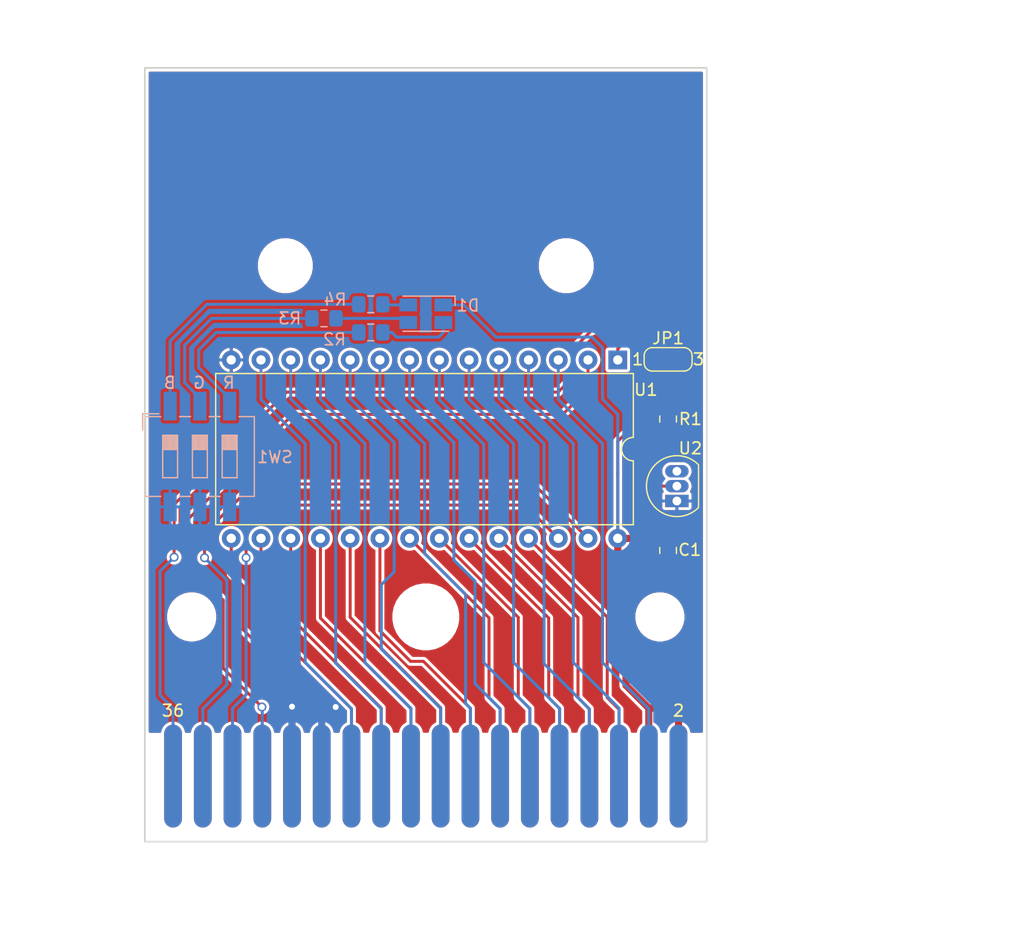
<source format=kicad_pcb>
(kicad_pcb (version 20211014) (generator pcbnew)
  (title_block (title "Vectrex Cartridge") (date "2020-07-05") (rev "v1.2"))
  (layers (0 "F.Cu" signal) (31 "B.Cu" signal) (34 "B.Paste" user) (35 "F.Paste" user) (36 "B.SilkS" user "B.Silkscreen") (37 "F.SilkS" user "F.Silkscreen") (38 "B.Mask" user) (39 "F.Mask" user) (44 "Edge.Cuts" user))
  (net 0 "")
  (net 1 "GND")
  (net 2 "V-HALT")
  (net 3 "V-OE")
  (net 4 "V-CE")
  (net 5 "V-RW")
  (net 6 "V-PB6")
  (net 7 "C_D7")
  (net 8 "C_D6")
  (net 9 "C_D5")
  (net 10 "C_D4")
  (net 11 "C_D3")
  (net 12 "C_D0")
  (net 13 "C_D1")
  (net 14 "C_D2")
  (net 15 "C_A8")
  (net 16 "C_A9")
  (net 17 "C_A11")
  (net 18 "C_A10")
  (net 19 "C_A7")
  (net 20 "C_A6")
  (net 21 "C_A5")
  (net 22 "C_A4")
  (net 23 "C_A3")
  (net 24 "C_A2")
  (net 25 "C_A1")
  (net 26 "C_A0")
  (net 27 "C_A12")
  (net 28 "C_A13")
  (net 29 "C_A14")
  (net 30 "V-CART")
  (net 31 "V-NMI")
  (net 32 "V-IRQ")
  (net 33 "+5V")
  (net 34 "Net-(JP1-Pad2)")
  (net 35 "Net-(D1-Pad4)")
  (net 36 "Net-(D1-Pad3)")
  (net 37 "Net-(D1-Pad2)")
  (net 38 "Net-(R2-Pad2)")
  (net 39 "Net-(R3-Pad2)")
  (net 40 "Net-(R4-Pad2)")
  (footprint "vectrex-cartridge:vectrex-edge-connector-thinner-no-soldermask" (layer "F.Cu") (at 141.7 131.2 180)
    (fp_text reference "CON1" hide)
    (fp_text value "vectrex-edge-connector" hide)
    (fp_text user "2" (at -21.59 5.588 180) (layer "F.SilkS"))
    (fp_text user "36" (at 21.59 5.588 180) (layer "F.SilkS"))
    (pad "1" smd oval locked (at -21.59 0 180) (size 1.52 8.8) (layers "B.Cu" "B.Mask") (net 2 "V-HALT"))
    (pad "2" smd oval locked (at -21.59 0 180) (size 1.52 8.8) (layers "F.Cu" "F.Mask") (net 33 "+5V"))
    (pad "3" smd oval locked (at -19.05 0 180) (size 1.52 8.8) (layers "B.Cu" "B.Mask") (net 19 "C_A7"))
    (pad "4" smd oval locked (at -19.05 0 180) (size 1.52 8.8) (layers "F.Cu" "F.Mask") (net 33 "+5V"))
    (pad "5" smd oval locked (at -16.51 0 180) (size 1.52 8.8) (layers "B.Cu" "B.Mask") (net 20 "C_A6"))
    (pad "6" smd oval locked (at -16.51 0 180) (size 1.52 8.8) (layers "F.Cu" "F.Mask") (net 15 "C_A8"))
    (pad "7" smd oval locked (at -13.97 0 180) (size 1.52 8.8) (layers "B.Cu" "B.Mask") (net 21 "C_A5"))
    (pad "8" smd oval locked (at -13.97 0 180) (size 1.52 8.8) (layers "F.Cu" "F.Mask") (net 16 "C_A9"))
    (pad "9" smd oval locked (at -11.43 0 180) (size 1.52 8.8) (layers "B.Cu" "B.Mask") (net 22 "C_A4"))
    (pad "10" smd oval locked (at -11.43 0 180) (size 1.52 8.8) (layers "F.Cu" "F.Mask") (net 17 "C_A11"))
    (pad "11" smd oval locked (at -8.89 0 180) (size 1.52 8.8) (layers "B.Cu" "B.Mask") (net 23 "C_A3"))
    (pad "12" smd oval locked (at -8.89 0 180) (size 1.52 8.8) (layers "F.Cu" "F.Mask") (net 3 "V-OE"))
    (pad "13" smd oval locked (at -6.35 0 180) (size 1.52 8.8) (layers "B.Cu" "B.Mask") (net 24 "C_A2"))
    (pad "14" smd oval locked (at -6.35 0 180) (size 1.52 8.8) (layers "F.Cu" "F.Mask") (net 18 "C_A10"))
    (pad "15" smd oval locked (at -3.81 0 180) (size 1.52 8.8) (layers "B.Cu" "B.Mask") (net 25 "C_A1"))
    (pad "16" smd oval locked (at -3.81 0 180) (size 1.52 8.8) (layers "F.Cu" "F.Mask") (net 4 "V-CE"))
    (pad "17" smd oval locked (at -1.27 0 180) (size 1.52 8.8) (layers "B.Cu" "B.Mask") (net 26 "C_A0"))
    (pad "18" smd oval locked (at -1.27 0 180) (size 1.52 8.8) (layers "F.Cu" "F.Mask") (net 7 "C_D7"))
    (pad "19" smd oval locked (at 1.27 0 180) (size 1.52 8.8) (layers "B.Cu" "B.Mask") (net 12 "C_D0"))
    (pad "20" smd oval locked (at 1.27 0 180) (size 1.52 8.8) (layers "F.Cu" "F.Mask") (net 8 "C_D6"))
    (pad "21" smd oval locked (at 3.81 0 180) (size 1.52 8.8) (layers "B.Cu" "B.Mask") (net 13 "C_D1"))
    (pad "22" smd oval locked (at 3.81 0 180) (size 1.52 8.8) (layers "F.Cu" "F.Mask") (net 9 "C_D5"))
    (pad "23" smd oval locked (at 6.35 0 180) (size 1.52 8.8) (layers "B.Cu" "B.Mask") (net 14 "C_D2"))
    (pad "24" smd oval locked (at 6.35 0 180) (size 1.52 8.8) (layers "F.Cu" "F.Mask") (net 10 "C_D4"))
    (pad "25" smd oval locked (at 8.89 0 180) (size 1.52 8.8) (layers "B.Cu" "B.Mask") (net 1 "GND"))
    (pad "26" smd oval locked (at 8.89 0 180) (size 1.52 8.8) (layers "F.Cu" "F.Mask") (net 11 "C_D3"))
    (pad "27" smd oval locked (at 11.43 0 180) (size 1.52 8.8) (layers "B.Cu" "B.Mask") (net 1 "GND"))
    (pad "28" smd oval locked (at 11.43 0 180) (size 1.52 8.8) (layers "F.Cu" "F.Mask") (net 1 "GND"))
    (pad "29" smd oval locked (at 13.97 0 180) (size 1.52 8.8) (layers "B.Cu" "B.Mask") (net 27 "C_A12"))
    (pad "30" smd oval locked (at 13.97 0 180) (size 1.52 8.8) (layers "F.Cu" "F.Mask") (net 5 "V-RW"))
    (pad "31" smd oval locked (at 16.51 0 180) (size 1.52 8.8) (layers "B.Cu" "B.Mask") (net 28 "C_A13"))
    (pad "32" smd oval locked (at 16.51 0 180) (size 1.52 8.8) (layers "F.Cu" "F.Mask") (net 30 "V-CART"))
    (pad "33" smd oval locked (at 19.05 0 180) (size 1.52 8.8) (layers "B.Cu" "B.Mask") (net 29 "C_A14"))
    (pad "34" smd oval locked (at 19.05 0 180) (size 1.52 8.8) (layers "F.Cu" "F.Mask") (net 31 "V-NMI"))
    (pad "35" smd oval locked (at 21.59 0 180) (size 1.52 8.8) (layers "B.Cu" "B.Mask") (net 6 "V-PB6"))
    (pad "36" smd oval locked (at 21.59 0 180) (size 1.52 8.8) (layers "F.Cu" "F.Mask") (net 32 "V-IRQ"))
  )
  (footprint "vectrex-cartridge:Mounting_Hole_D3.7mm" (layer "F.Cu") (at 161.7 117.6)
    (fp_text reference "H1" hide)
    (fp_text value "3.7mm" hide)
    (pad "" np_thru_hole circle locked (at 0 0) (size 3.7 3.7) (drill 3.7) (layers *.Cu *.Mask))
  )
  (footprint "vectrex-cartridge:Mounting_Hole_D5.2mm" (layer "F.Cu") (at 141.7 117.6)
    (fp_text reference "H2" hide)
    (fp_text value "5.2mm" hide)
    (pad "" np_thru_hole circle locked (at 0 0) (size 5.2 5.2) (drill 5.2) (layers *.Cu *.Mask))
  )
  (footprint "vectrex-cartridge:Mounting_Hole_D3.7mm" (layer "F.Cu") (at 121.7 117.6)
    (fp_text reference "H3" hide)
    (fp_text value "3.7mm" hide)
    (pad "" np_thru_hole circle locked (at 0 0) (size 3.7 3.7) (drill 3.7) (layers *.Cu *.Mask))
  )
  (footprint "vectrex-cartridge:Mounting_Hole_D4.2mm" (layer "F.Cu") (at 153.7 87.6)
    (fp_text reference "H4" hide)
    (fp_text value "4.2mm" hide)
    (pad "" np_thru_hole circle locked (at 0 0) (size 4.2 4.2) (drill 4.2) (layers *.Cu *.Mask))
  )
  (footprint "vectrex-cartridge:Mounting_Hole_D4.2mm" (layer "F.Cu") (at 129.7 87.6)
    (fp_text reference "H5" hide)
    (fp_text value "4.2mm" hide)
    (pad "" np_thru_hole circle locked (at 0 0) (size 4.2 4.2) (drill 4.2) (layers *.Cu *.Mask))
  )
  (footprint "vectrex-cartridge:SolderJumper-3_P1.3mm_Bridged12_RoundedPad1.0x1.5mm_NumberLabels" (layer "F.Cu") (at 162.4 95.6)
    (fp_text reference "JP1" (at 0 -1.8) (layer "F.SilkS"))
    (fp_text value "SolderJumper_3_Bridged12" hide)
    (fp_text user "3" (at 2.6 0) (layer "F.SilkS"))
    (fp_text user "1" (at -2.6 0) (layer "F.SilkS"))
    (fp_poly (pts (xy -0.9 -0.2) (xy -0.4 -0.2) (xy -0.4 0.2) (xy -0.9 0.2)) (layer "F.Cu") (width 0) (fill solid))
    (fp_line (start 1.4 1) (end -1.4 1) (layer "F.SilkS") (width 0.12))
    (fp_line (start -1.4 -1) (end 1.4 -1) (layer "F.SilkS") (width 0.12))
    (fp_line (start 2.05 -0.3) (end 2.05 0.3) (layer "F.SilkS") (width 0.12))
    (fp_line (start -2.05 0.3) (end -2.05 -0.3) (layer "F.SilkS") (width 0.12))
    (fp_arc (start -2.05 -0.3) (mid -1.844975 -0.794975) (end -1.35 -1) (layer "F.SilkS") (width 0.12))
    (fp_arc (start 2.05 0.3) (mid 1.844975 0.794975) (end 1.35 1) (layer "F.SilkS") (width 0.12))
    (fp_arc (start -1.35 1) (mid -1.844975 0.794975) (end -2.05 0.3) (layer "F.SilkS") (width 0.12))
    (fp_arc (start 1.35 -1) (mid 1.844975 -0.794975) (end 2.05 -0.3) (layer "F.SilkS") (width 0.12))
    (pad "1" smd custom locked (at -1.3 0) (size 1 0.5) (layers "F.Cu" "F.Mask") (net 33 "+5V") (options (clearance outline) (anchor rect)) (primitives (gr_poly (pts (xy 0.55 -0.75) (xy 0 -0.75) (xy 0 0.75) (xy 0.55 0.75)) (width 0) (fill yes)) (gr_circle (center 0 0.25) (end 0.5 0.25) (width 0) (fill yes)) (gr_circle (center 0 -0.25) (end 0.5 -0.25) (width 0) (fill yes))))
    (pad "2" smd rect locked (at 0 0) (size 1 1.5) (layers "F.Cu" "F.Mask") (net 34 "Net-(JP1-Pad2)"))
    (pad "3" smd custom locked (at 1.3 0) (size 1 0.5) (layers "F.Cu" "F.Mask") (net 6 "V-PB6") (options (clearance outline) (anchor rect)) (primitives (gr_circle (center 0 0.25) (end 0.5 0.25) (width 0) (fill yes)) (gr_circle (center 0 -0.25) (end 0.5 -0.25) (width 0) (fill yes)) (gr_poly (pts (xy -0.55 -0.75) (xy 0 -0.75) (xy 0 0.75) (xy -0.55 0.75)) (width 0) (fill yes))))
  )
  (footprint "Resistor_SMD:R_0805_2012Metric_Pad1.15x1.40mm_HandSolder" (layer "F.Cu") (at 162.4 100.7 -90)
    (fp_text reference "R1" (at 0 -1.9 180) (layer "F.SilkS"))
    (fp_text value "3.3k 0805" hide)
    (fp_line (start -0.261252 -0.71) (end 0.261252 -0.71) (layer "F.SilkS") (width 0.12))
    (fp_line (start -0.261252 0.71) (end 0.261252 0.71) (layer "F.SilkS") (width 0.12))
    (pad "1" smd roundrect locked (at -1.025 0 270) (size 1.15 1.4) (layers "F.Cu" "F.Paste" "F.Mask") (roundrect_rratio 0.217391) (net 33 "+5V"))
    (pad "2" smd roundrect locked (at 1.025 0 270) (size 1.15 1.4) (layers "F.Cu" "F.Paste" "F.Mask") (roundrect_rratio 0.217391) (net 6 "V-PB6"))
  )
  (footprint "Package_DIP:DIP-28_W15.24mm" (layer "F.Cu") (at 158.1 95.65 -90)
    (fp_text reference "U1" (at 2.55 -2.4 180) (layer "F.SilkS"))
    (fp_text value "AT27C256R-70PU / AT27C512R-70PU" hide)
    (fp_line (start 6.62 -1.33) (end 1.16 -1.33) (layer "F.SilkS") (width 0.12))
    (fp_line (start 1.16 -1.33) (end 1.16 34.35) (layer "F.SilkS") (width 0.12))
    (fp_line (start 1.16 34.35) (end 14.08 34.35) (layer "F.SilkS") (width 0.12))
    (fp_line (start 14.08 -1.33) (end 8.62 -1.33) (layer "F.SilkS") (width 0.12))
    (fp_line (start 14.08 34.35) (end 14.08 -1.33) (layer "F.SilkS") (width 0.12))
    (fp_arc (start 8.62 -1.33) (mid 7.62 -0.33) (end 6.62 -1.33) (layer "F.SilkS") (width 0.12))
    (pad "1" thru_hole rect locked (at 0 0 270) (size 1.6 1.6) (drill 0.8) (layers *.Cu *.Mask) (net 34 "Net-(JP1-Pad2)"))
    (pad "2" thru_hole oval locked (at 0 2.54 270) (size 1.6 1.6) (drill 0.8) (layers *.Cu *.Mask) (net 27 "C_A12"))
    (pad "3" thru_hole oval locked (at 0 5.08 270) (size 1.6 1.6) (drill 0.8) (layers *.Cu *.Mask) (net 19 "C_A7"))
    (pad "4" thru_hole oval locked (at 0 7.62 270) (size 1.6 1.6) (drill 0.8) (layers *.Cu *.Mask) (net 20 "C_A6"))
    (pad "5" thru_hole oval locked (at 0 10.16 270) (size 1.6 1.6) (drill 0.8) (layers *.Cu *.Mask) (net 21 "C_A5"))
    (pad "6" thru_hole oval locked (at 0 12.7 270) (size 1.6 1.6) (drill 0.8) (layers *.Cu *.Mask) (net 22 "C_A4"))
    (pad "7" thru_hole oval locked (at 0 15.24 270) (size 1.6 1.6) (drill 0.8) (layers *.Cu *.Mask) (net 23 "C_A3"))
    (pad "8" thru_hole oval locked (at 0 17.78 270) (size 1.6 1.6) (drill 0.8) (layers *.Cu *.Mask) (net 24 "C_A2"))
    (pad "9" thru_hole oval locked (at 0 20.32 270) (size 1.6 1.6) (drill 0.8) (layers *.Cu *.Mask) (net 25 "C_A1"))
    (pad "10" thru_hole oval locked (at 0 22.86 270) (size 1.6 1.6) (drill 0.8) (layers *.Cu *.Mask) (net 26 "C_A0"))
    (pad "11" thru_hole oval locked (at 0 25.4 270) (size 1.6 1.6) (drill 0.8) (layers *.Cu *.Mask) (net 12 "C_D0"))
    (pad "12" thru_hole oval locked (at 0 27.94 270) (size 1.6 1.6) (drill 0.8) (layers *.Cu *.Mask) (net 13 "C_D1"))
    (pad "13" thru_hole oval locked (at 0 30.48 270) (size 1.6 1.6) (drill 0.8) (layers *.Cu *.Mask) (net 14 "C_D2"))
    (pad "14" thru_hole oval locked (at 0 33.02 270) (size 1.6 1.6) (drill 0.8) (layers *.Cu *.Mask) (net 1 "GND"))
    (pad "15" thru_hole oval locked (at 15.24 33.02 270) (size 1.6 1.6) (drill 0.8) (layers *.Cu *.Mask) (net 11 "C_D3"))
    (pad "16" thru_hole oval locked (at 15.24 30.48 270) (size 1.6 1.6) (drill 0.8) (layers *.Cu *.Mask) (net 10 "C_D4"))
    (pad "17" thru_hole oval locked (at 15.24 27.94 270) (size 1.6 1.6) (drill 0.8) (layers *.Cu *.Mask) (net 9 "C_D5"))
    (pad "18" thru_hole oval locked (at 15.24 25.4 270) (size 1.6 1.6) (drill 0.8) (layers *.Cu *.Mask) (net 8 "C_D6"))
    (pad "19" thru_hole oval locked (at 15.24 22.86 270) (size 1.6 1.6) (drill 0.8) (layers *.Cu *.Mask) (net 7 "C_D7"))
    (pad "20" thru_hole oval locked (at 15.24 20.32 270) (size 1.6 1.6) (drill 0.8) (layers *.Cu *.Mask) (net 4 "V-CE"))
    (pad "21" thru_hole oval locked (at 15.24 17.78 270) (size 1.6 1.6) (drill 0.8) (layers *.Cu *.Mask) (net 18 "C_A10"))
    (pad "22" thru_hole oval locked (at 15.24 15.24 270) (size 1.6 1.6) (drill 0.8) (layers *.Cu *.Mask) (net 3 "V-OE"))
    (pad "23" thru_hole oval locked (at 15.24 12.7 270) (size 1.6 1.6) (drill 0.8) (layers *.Cu *.Mask) (net 17 "C_A11"))
    (pad "24" thru_hole oval locked (at 15.24 10.16 270) (size 1.6 1.6) (drill 0.8) (layers *.Cu *.Mask) (net 16 "C_A9"))
    (pad "25" thru_hole oval locked (at 15.24 7.62 270) (size 1.6 1.6) (drill 0.8) (layers *.Cu *.Mask) (net 15 "C_A8"))
    (pad "26" thru_hole oval locked (at 15.24 5.08 270) (size 1.6 1.6) (drill 0.8) (layers *.Cu *.Mask) (net 28 "C_A13"))
    (pad "27" thru_hole oval locked (at 15.24 2.54 270) (size 1.6 1.6) (drill 0.8) (layers *.Cu *.Mask) (net 29 "C_A14"))
    (pad "28" thru_hole oval locked (at 15.24 0 270) (size 1.6 1.6) (drill 0.8) (layers *.Cu *.Mask) (net 33 "+5V"))
  )
  (footprint "Capacitor_SMD:C_0805_2012Metric_Pad1.15x1.40mm_HandSolder" (layer "F.Cu") (at 162.4 111.925 -90)
    (fp_text reference "C1" (at -0.05 -1.85) (layer "F.SilkS"))
    (fp_text value "0.1uF 0805" hide)
    (fp_line (start -0.261252 0.71) (end 0.261252 0.71) (layer "F.SilkS") (width 0.12))
    (fp_line (start -0.261252 -0.71) (end 0.261252 -0.71) (layer "F.SilkS") (width 0.12))
    (pad "1" smd roundrect locked (at -1.025 0 270) (size 1.15 1.4) (layers "F.Cu" "F.Paste" "F.Mask") (roundrect_rratio 0.217391) (net 33 "+5V"))
    (pad "2" smd roundrect locked (at 1.025 0 270) (size 1.15 1.4) (layers "F.Cu" "F.Paste" "F.Mask") (roundrect_rratio 0.217391) (net 1 "GND"))
  )
  (footprint "vectrex-cartridge:TO-92_Inline_BW" (layer "F.Cu") (at 163.15 107.7 90)
    (fp_text reference "U2" (at 4.5 1.15 180) (layer "F.SilkS"))
    (fp_text value "DS2431+ TO-92")
    (fp_line (start -0.53 1.85) (end 3.07 1.85) (layer "F.SilkS") (width 0.12))
    (fp_arc (start -0.568478 1.838478) (mid -1.132087 -0.994977) (end 1.27 -2.6) (layer "F.SilkS") (width 0.12))
    (fp_arc (start 1.27 -2.6) (mid 3.672087 -0.994977) (end 3.108478 1.838478) (layer "F.SilkS") (width 0.12))
    (pad "1" thru_hole rect locked (at 0 0 90) (size 1.05 2) (drill 0.75) (layers *.Cu *.Mask) (net 1 "GND"))
    (pad "2" thru_hole oval locked (at 1.27 0 90) (size 1.05 2) (drill 0.75) (layers *.Cu *.Mask) (net 6 "V-PB6"))
    (pad "3" thru_hole oval locked (at 2.54 0 90) (size 1.05 2) (drill 0.75) (layers *.Cu *.Mask))
  )
  (footprint "vectrex-cartridge:vectrex-us-soldermask" (layer "F.Cu") (at 141.75 77.85)
    (fp_text reference "G1" hide)
    (fp_text value "LOGO" hide)
  )
  (footprint "vectrex-cartridge:vectrex-uk-soldermask" (layer "B.Cu") (at 141.75 78.75 180)
    (fp_text reference "G3" hide)
    (fp_text value "LOGO" hide)
  )
  (footprint "Resistor_SMD:R_0805_2012Metric_Pad1.15x1.40mm_HandSolder" (layer "B.Cu") (at 137 90.9 180)
    (fp_text reference "R4" (at 3.05 0.4) (layer "B.SilkS") (effects (justify mirror)))
    (fp_text value "120 0805")
    (fp_line (start -0.261252 0.71) (end 0.261252 0.71) (layer "B.SilkS") (width 0.12))
    (fp_line (start -0.261252 -0.71) (end 0.261252 -0.71) (layer "B.SilkS") (width 0.12))
    (pad "1" smd roundrect locked (at -1.025 0 180) (size 1.15 1.4) (layers "B.Cu" "B.Paste" "B.Mask") (roundrect_rratio 0.217391) (net 37 "Net-(D1-Pad2)"))
    (pad "2" smd roundrect locked (at 1.025 0 180) (size 1.15 1.4) (layers "B.Cu" "B.Paste" "B.Mask") (roundrect_rratio 0.217391) (net 40 "Net-(R4-Pad2)"))
  )
  (footprint "Resistor_SMD:R_0805_2012Metric_Pad1.15x1.40mm_HandSolder" (layer "B.Cu") (at 133 92.1 180)
    (fp_text reference "R3" (at 2.925 0) (layer "B.SilkS") (effects (justify mirror)))
    (fp_text value "200 0805")
    (fp_line (start -0.261252 -0.71) (end 0.261252 -0.71) (layer "B.SilkS") (width 0.12))
    (fp_line (start -0.261252 0.71) (end 0.261252 0.71) (layer "B.SilkS") (width 0.12))
    (pad "1" smd roundrect locked (at -1.025 0 180) (size 1.15 1.4) (layers "B.Cu" "B.Paste" "B.Mask") (roundrect_rratio 0.217391) (net 36 "Net-(D1-Pad3)"))
    (pad "2" smd roundrect locked (at 1.025 0 180) (size 1.15 1.4) (layers "B.Cu" "B.Paste" "B.Mask") (roundrect_rratio 0.217391) (net 39 "Net-(R3-Pad2)"))
  )
  (footprint "Resistor_SMD:R_0805_2012Metric_Pad1.15x1.40mm_HandSolder" (layer "B.Cu") (at 137 93.3 180)
    (fp_text reference "R2" (at 3.1 -0.6) (layer "B.SilkS") (effects (justify mirror)))
    (fp_text value "200 0805")
    (fp_line (start -0.261252 0.71) (end 0.261252 0.71) (layer "B.SilkS") (width 0.12))
    (fp_line (start -0.261252 -0.71) (end 0.261252 -0.71) (layer "B.SilkS") (width 0.12))
    (pad "1" smd roundrect locked (at -1.025 0 180) (size 1.15 1.4) (layers "B.Cu" "B.Paste" "B.Mask") (roundrect_rratio 0.217391) (net 35 "Net-(D1-Pad4)"))
    (pad "2" smd roundrect locked (at 1.025 0 180) (size 1.15 1.4) (layers "B.Cu" "B.Paste" "B.Mask") (roundrect_rratio 0.217391) (net 38 "Net-(R2-Pad2)"))
  )
  (footprint "vectrex-cartridge:LED_Avago_PLCC4_3.2x2.8mm_CW" (layer "B.Cu") (at 141.7 91.7 180)
    (fp_text reference "D1" (at -3.6 0.7) (layer "B.SilkS") (effects (justify mirror)))
    (fp_text value "ASMB-MTB0-0A3A2")
    (fp_line (start -2.500044 1.5) (end 1.95 1.5) (layer "B.SilkS") (width 0.12))
    (fp_line (start -2.5 0.7) (end -2.5 1.5) (layer "B.SilkS") (width 0.12))
    (fp_line (start -1.95 -1.5) (end 1.95 -1.5) (layer "B.SilkS") (width 0.12))
    (pad "1" smd rect locked (at -1.5 0.75 180) (size 1.5 1.1) (layers "B.Cu" "B.Paste" "B.Mask") (net 33 "+5V"))
    (pad "2" smd rect locked (at 1.5 0.75 180) (size 1.5 1.1) (layers "B.Cu" "B.Paste" "B.Mask") (net 37 "Net-(D1-Pad2)"))
    (pad "3" smd rect locked (at 1.5 -0.75 180) (size 1.5 1.1) (layers "B.Cu" "B.Paste" "B.Mask") (net 36 "Net-(D1-Pad3)"))
    (pad "4" smd rect locked (at -1.5 -0.75 180) (size 1.5 1.1) (layers "B.Cu" "B.Paste" "B.Mask") (net 35 "Net-(D1-Pad4)"))
  )
  (footprint "Button_Switch_SMD:SW_DIP_SPSTx03_Slide_6.7x9.18mm_W8.61mm_P2.54mm_LowProfile" (layer "B.Cu") (at 122.4 103.9 -90)
    (fp_text reference "SW1" (at 0.05 -6.4) (layer "B.SilkS") (effects (justify mirror)))
    (fp_text value "SW_DIP_x03")
    (fp_line (start 3.41 1.74) (end 3.41 0.8) (layer "B.SilkS") (width 0.12))
    (fp_line (start -1.81 -2.145) (end -0.603333 -2.145) (layer "B.SilkS") (width 0.12))
    (fp_line (start -3.41 -4.65) (end 3.41 -4.65) (layer "B.SilkS") (width 0.12))
    (fp_line (start 1.81 1.905) (end 1.81 3.175) (layer "B.SilkS") (width 0.12))
    (fp_line (start 1.81 -0.635) (end 1.81 0.635) (layer "B.SilkS") (width 0.12))
    (fp_line (start -1.81 2.455) (end -0.603333 2.455) (layer "B.SilkS") (width 0.12))
    (fp_line (start -1.81 -2.745) (end -0.603333 -2.745) (layer "B.SilkS") (width 0.12))
    (fp_line (start -1.81 -2.265) (end -0.603333 -2.265) (layer "B.SilkS") (width 0.12))
    (fp_line (start -3.41 4.65) (end 3.41 4.65) (layer "B.SilkS") (width 0.12))
    (fp_line (start -1.81 2.335) (end -0.603333 2.335) (layer "B.SilkS") (width 0.12))
    (fp_line (start -1.81 -2.625) (end -0.603333 -2.625) (layer "B.SilkS") (width 0.12))
    (fp_line (start -3.65 4.89) (end -2.267 4.89) (layer "B.SilkS") (width 0.12))
    (fp_line (start -1.81 0.035) (end -0.603333 0.035) (layer "B.SilkS") (width 0.12))
    (fp_line (start -3.41 -0.8) (end -3.41 -1.74) (layer "B.SilkS") (width 0.12))
    (fp_line (start -1.81 3.055) (end -0.603333 3.055) (layer "B.SilkS") (width 0.12))
    (fp_line (start -1.81 -0.085) (end -0.603333 -0.085) (layer "B.SilkS") (width 0.12))
    (fp_line (start 3.41 4.65) (end 3.41 3.34) (layer "B.SilkS") (width 0.12))
    (fp_line (start -1.81 2.575) (end -0.603333 2.575) (layer "B.SilkS") (width 0.12))
    (fp_line (start -3.41 1.74) (end -3.41 0.8) (layer "B.SilkS") (width 0.12))
    (fp_line (start 3.41 -0.8) (end 3.41 -1.74) (layer "B.SilkS") (width 0.12))
    (fp_line (start -1.81 -2.865) (end -0.603333 -2.865) (layer "B.SilkS") (width 0.12))
    (fp_line (start -1.81 -2.985) (end -0.603333 -2.985) (layer "B.SilkS") (width 0.12))
    (fp_line (start 1.81 -3.175) (end 1.81 -1.905) (layer "B.SilkS") (width 0.12))
    (fp_line (start -3.41 -3.34) (end -3.41 -4.65) (layer "B.SilkS") (width 0.12))
    (fp_line (start -1.81 0.155) (end -0.603333 0.155) (layer "B.SilkS") (width 0.12))
    (fp_line (start -3.41 4.65) (end -3.41 3.34) (layer "B.SilkS") (width 0.12))
    (fp_line (start -1.81 0.275) (end -0.603333 0.275) (layer "B.SilkS") (width 0.12))
    (fp_line (start -1.81 3.175) (end -1.81 1.905) (layer "B.SilkS") (width 0.12))
    (fp_line (start -0.603333 -1.905) (end -0.603333 -3.175) (layer "B.SilkS") (width 0.12))
    (fp_line (start -1.81 1.975) (end -0.603333 1.975) (layer "B.SilkS") (width 0.12))
    (fp_line (start -1.81 1.905) (end 1.81 1.905) (layer "B.SilkS") (width 0.12))
    (fp_line (start -1.81 0.395) (end -0.603333 0.395) (layer "B.SilkS") (width 0.12))
    (fp_line (start -0.603333 3.175) (end -0.603333 1.905) (layer "B.SilkS") (width 0.12))
    (fp_line (start -1.81 2.695) (end -0.603333 2.695) (layer "B.SilkS") (width 0.12))
    (fp_line (start 1.81 -1.905) (end -1.81 -1.905) (layer "B.SilkS") (width 0.12))
    (fp_line (start -1.81 -1.905) (end -1.81 -3.175) (layer "B.SilkS") (width 0.12))
    (fp_line (start 1.81 0.635) (end -1.81 0.635) (layer "B.SilkS") (width 0.12))
    (fp_line (start -1.81 -2.385) (end -0.603333 -2.385) (layer "B.SilkS") (width 0.12))
    (fp_line (start -1.81 -0.635) (end 1.81 -0.635) (layer "B.SilkS") (width 0.12))
    (fp_line (start -3.65 4.89) (end -3.65 3.507) (layer "B.SilkS") (width 0.12))
    (fp_line (start -1.81 -2.505) (end -0.603333 -2.505) (layer "B.SilkS") (width 0.12))
    (fp_line (start -1.81 2.215) (end -0.603333 2.215) (layer "B.SilkS") (width 0.12))
    (fp_line (start -1.81 -0.205) (end -0.603333 -0.205) (layer "B.SilkS") (width 0.12))
    (fp_line (start -1.81 -0.325) (end -0.603333 -0.325) (layer "B.SilkS") (width 0.12))
    (fp_line (start -1.81 -2.025) (end -0.603333 -2.025) (layer "B.SilkS") (width 0.12))
    (fp_line (start -1.81 -0.445) (end -0.603333 -0.445) (layer "B.SilkS") (width 0.12))
    (fp_line (start -1.81 0.635) (end -1.81 -0.635) (layer "B.SilkS") (width 0.12))
    (fp_line (start -0.603333 0.635) (end -0.603333 -0.635) (layer "B.SilkS") (width 0.12))
    (fp_line (start -1.81 -0.565) (end -0.603333 -0.565) (layer "B.SilkS") (width 0.12))
    (fp_line (start -1.81 -3.105) (end -0.603333 -3.105) (layer "B.SilkS") (width 0.12))
    (fp_line (start 3.41 -3.34) (end 3.41 -4.65) (layer "B.SilkS") (width 0.12))
    (fp_line (start 1.81 3.175) (end -1.81 3.175) (layer "B.SilkS") (width 0.12))
    (fp_line (start -1.81 0.515) (end -0.603333 0.515) (layer "B.SilkS") (width 0.12))
    (fp_line (start -1.81 2.935) (end -0.603333 2.935) (layer "B.SilkS") (width 0.12))
    (fp_line (start -1.81 -3.175) (end 1.81 -3.175) (layer "B.SilkS") (width 0.12))
    (fp_line (start -1.81 2.815) (end -0.603333 2.815) (layer "B.SilkS") (width 0.12))
    (fp_line (start -1.81 2.095) (end -0.603333 2.095) (layer "B.SilkS") (width 0.12))
    (pad "1" smd rect locked (at -4.305 2.54 270) (size 2.44 1.12) (layers "B.Cu" "B.Paste" "B.Mask") (net 40 "Net-(R4-Pad2)"))
    (pad "2" smd rect locked (at -4.305 0 270) (size 2.44 1.12) (layers "B.Cu" "B.Paste" "B.Mask") (net 39 "Net-(R3-Pad2)"))
    (pad "3" smd rect locked (at -4.305 -2.54 270) (size 2.44 1.12) (layers "B.Cu" "B.Paste" "B.Mask") (net 38 "Net-(R2-Pad2)"))
    (pad "4" smd rect locked (at 4.305 -2.54 270) (size 2.44 1.12) (layers "B.Cu" "B.Paste" "B.Mask") (net 1 "GND"))
    (pad "5" smd rect locked (at 4.305 0 270) (size 2.44 1.12) (layers "B.Cu" "B.Paste" "B.Mask") (net 1 "GND"))
    (pad "6" smd rect locked (at 4.305 2.54 270) (size 2.44 1.12) (layers "B.Cu" "B.Paste" "B.Mask") (net 1 "GND"))
  )
  (gr_line (start 117.7 136.8) (end 165.7 136.8) (layer "Edge.Cuts") (width 0.15))
  (gr_line (start 165.7 70.7) (end 117.7 70.7) (layer "Edge.Cuts") (width 0.15))
  (gr_line (start 117.7 70.7) (end 117.7 136.8) (layer "Edge.Cuts") (width 0.15))
  (gr_line (start 165.7 136.8) (end 165.7 70.7) (layer "Edge.Cuts") (width 0.15))
  (gr_text "R  G  B" (at 122.35 97.6) (layer "B.SilkS") (effects (font (size 1 1)) (justify mirror)))
  (segment (start 130.27 125.27) (end 130.27 124.33) (width 0.6096) (layer "F.Cu") (net 1))
  (segment (start 130.27 131.2) (end 130.27 125.27) (width 0.6096) (layer "F.Cu") (net 1))
  (via (at 130.27 125.27) (size 0.762) (drill 0.508) (layers "F.Cu" "B.Cu") (net 1))
  (via (at 134 125.3) (size 0.762) (drill 0.508) (layers "F.Cu" "B.Cu") (net 1))
  (segment (start 130.27 124.33) (end 130.27 122.87) (width 0.6096) (layer "B.Cu") (net 1))
  (segment (start 130.27 122.87) (end 132.81 125.41) (width 0.6096) (layer "B.Cu") (net 1))
  (segment (start 122.8 111.110054) (end 124.052144 112.362198) (width 0.254) (layer "B.Cu") (net 1))
  (segment (start 130.27 131.2) (end 130.27 125.27) (width 0.6096) (layer "B.Cu") (net 1))
  (segment (start 132.81 125.41) (end 132.81 131.2) (width 0.6096) (layer "B.Cu") (net 1))
  (segment (start 128.8 121.4) (end 130.27 122.87) (width 0.6096) (layer "B.Cu") (net 1))
  (segment (start 150.59 131.2) (end 150.59 125.44) (width 0.254) (layer "F.Cu") (net 3))
  (segment (start 149.6 124.45) (end 149.6 117.64) (width 0.254) (layer "F.Cu") (net 3))
  (segment (start 150.59 125.44) (end 149.6 124.45) (width 0.254) (layer "F.Cu") (net 3))
  (segment (start 149.6 117.64) (end 142.86 110.9) (width 0.254) (layer "F.Cu") (net 3))
  (segment (start 137.78 118.78) (end 137.78 110.9) (width 0.254) (layer "F.Cu") (net 4))
  (segment (start 145.51 131.2) (end 145.51 125.41) (width 0.254) (layer "F.Cu") (net 4))
  (segment (start 140.4 121.4) (end 137.78 118.78) (width 0.254) (layer "F.Cu") (net 4))
  (segment (start 141.5 121.4) (end 140.4 121.4) (width 0.254) (layer "F.Cu") (net 4))
  (segment (start 145.51 125.41) (end 141.5 121.4) (width 0.254) (layer "F.Cu") (net 4))
  (segment (start 164.25 101.2) (end 163.725 101.725) (width 0.254) (layer "F.Cu") (net 6))
  (segment (start 120.2 112.500022) (end 120.2 108) (width 0.254) (layer "F.Cu") (net 6))
  (segment (start 160.8 104.55) (end 160.8 105.75) (width 0.254) (layer "F.Cu") (net 6))
  (segment (start 163.725 101.725) (end 162.4 101.725) (width 0.254) (layer "F.Cu") (net 6))
  (segment (start 163.7 94.5) (end 163.7 95.6) (width 0.254) (layer "F.Cu") (net 6))
  (segment (start 163.7 95.6) (end 163.7 98.05) (width 0.254) (layer "F.Cu") (net 6))
  (segment (start 164.25 98.6) (end 164.25 101.2) (width 0.254) (layer "F.Cu") (net 6))
  (segment (start 160.8 105.75) (end 161.48 106.43) (width 0.254) (layer "F.Cu") (net 6))
  (segment (start 161.48 106.43) (end 163.15 106.43) (width 0.254) (layer "F.Cu") (net 6))
  (segment (start 162.4 102.95) (end 160.8 104.55) (width 0.254) (layer "F.Cu") (net 6))
  (segment (start 155.9 93.1) (end 162.3 93.1) (width 0.254) (layer "F.Cu") (net 6))
  (segment (start 162.3 93.1) (end 163.7 94.5) (width 0.254) (layer "F.Cu") (net 6))
  (segment (start 154.3 97.1) (end 154.3 94.7) (width 0.254) (layer "F.Cu") (net 6))
  (segment (start 129.8 98.4) (end 153 98.4) (width 0.254) (layer "F.Cu") (net 6))
  (segment (start 154.3 94.7) (end 155.9 93.1) (width 0.254) (layer "F.Cu") (net 6))
  (segment (start 163.7 98.05) (end 164.25 98.6) (width 0.254) (layer "F.Cu") (net 6))
  (segment (start 120.2 108) (end 129.8 98.4) (width 0.254) (layer "F.Cu") (net 6))
  (segment (start 162.4 101.725) (end 162.4 102.95) (width 0.254) (layer "F.Cu") (net 6))
  (segment (start 153 98.4) (end 154.3 97.1) (width 0.254) (layer "F.Cu") (net 6))
  (via (at 120.2 112.500022) (size 0.762) (drill 0.508) (layers "F.Cu" "B.Cu") (net 6))
  (segment (start 120.2 112.500022) (end 119 113.700022) (width 0.254) (layer "B.Cu") (net 6))
  (segment (start 119 113.700022) (end 119 124.3) (width 0.254) (layer "B.Cu") (net 6))
  (segment (start 119 124.3) (end 120.11 125.41) (width 0.254) (layer "B.Cu") (net 6))
  (segment (start 120.11 125.41) (end 120.11 131.2) (width 0.254) (layer "B.Cu") (net 6))
  (segment (start 142.97 125.37) (end 142.97 131.2) (width 0.254) (layer "F.Cu") (net 7))
  (segment (start 135.24 110.9) (end 135.24 117.64) (width 0.254) (layer "F.Cu") (net 7))
  (segment (start 135.24 117.64) (end 142.97 125.37) (width 0.254) (layer "F.Cu") (net 7))
  (segment (start 132.7 117.7) (end 132.7 110.9) (width 0.254) (layer "F.Cu") (net 8))
  (segment (start 132.7 117.7) (end 140.43 125.43) (width 0.254) (layer "F.Cu") (net 8))
  (segment (start 140.43 125.43) (end 140.43 131.2) (width 0.254) (layer "F.Cu") (net 8))
  (segment (start 130.16 110.9) (end 130.16 117.66) (width 0.254) (layer "F.Cu") (net 9))
  (segment (start 137.89 125.39) (end 137.89 131.2) (width 0.254) (layer "F.Cu") (net 9))
  (segment (start 130.16 117.66) (end 137.89 125.39) (width 0.254) (layer "F.Cu") (net 9))
  (segment (start 127.62 117.72) (end 127.62 110.9) (width 0.254) (layer "F.Cu") (net 10))
  (segment (start 127.62 117.72) (end 135.35 125.45) (width 0.254) (layer "F.Cu") (net 10))
  (segment (start 135.35 125.45) (end 135.35 131.2) (width 0.254) (layer "F.Cu") (net 10))
  (segment (start 126.1 118.7) (end 126.1 114.95) (width 0.254) (layer "F.Cu") (net 11))
  (segment (start 132.81 131.2) (end 132.81 125.41) (width 0.254) (layer "F.Cu") (net 11))
  (segment (start 125.08 113.93) (end 125.08 110.9) (width 0.254) (layer "F.Cu") (net 11))
  (segment (start 132.81 125.41) (end 126.1 118.7) (width 0.254) (layer "F.Cu") (net 11))
  (segment (start 126.1 114.95) (end 125.08 113.93) (width 0.254) (layer "F.Cu") (net 11))
  (segment (start 140.43 125.43) (end 140.43 131.2) (width 0.254) (layer "B.Cu") (net 12))
  (segment (start 136.5 121.5) (end 140.43 125.43) (width 0.254) (layer "B.Cu") (net 12))
  (segment (start 136.5 102.8) (end 136.5 121.5) (width 0.254) (layer "B.Cu") (net 12))
  (segment (start 132.7 99) (end 136.5 102.8) (width 0.254) (layer "B.Cu") (net 12))
  (segment (start 132.7 95.66) (end 132.7 99) (width 0.254) (layer "B.Cu") (net 12))
  (segment (start 134 102.8) (end 134 121.55) (width 0.254) (layer "B.Cu") (net 13))
  (segment (start 134 121.55) (end 137.89 125.44) (width 0.254) (layer "B.Cu") (net 13))
  (segment (start 130.16 98.96) (end 134 102.8) (width 0.254) (layer "B.Cu") (net 13))
  (segment (start 137.89 125.44) (end 137.89 131.2) (width 0.254) (layer "B.Cu") (net 13))
  (segment (start 130.16 98.96) (end 130.16 95.66) (width 0.254) (layer "B.Cu") (net 13))
  (segment (start 131.4 121.5) (end 135.35 125.45) (width 0.254) (layer "B.Cu") (net 14))
  (segment (start 135.35 125.45) (end 135.35 131.2) (width 0.254) (layer "B.Cu") (net 14))
  (segment (start 127.62 99.02) (end 127.62 95.66) (width 0.254) (layer "B.Cu") (net 14))
  (segment (start 127.62 99.02) (end 131.4 102.8) (width 0.254) (layer "B.Cu") (net 14))
  (segment (start 131.4 102.8) (end 131.4 121.5) (width 0.254) (layer "B.Cu") (net 14))
  (segment (start 157.2 117.62) (end 150.48 110.9) (width 0.254) (layer "F.Cu") (net 15))
  (segment (start 157.2 124.5) (end 157.2 117.62) (width 0.254) (layer "F.Cu") (net 15))
  (segment (start 158.21 131.2) (end 158.21 125.51) (width 0.254) (layer "F.Cu") (net 15))
  (segment (start 158.21 125.51) (end 157.2 124.5) (width 0.254) (layer "F.Cu") (net 15))
  (segment (start 154.7 117.66) (end 147.94 110.9) (width 0.254) (layer "F.Cu") (net 16))
  (segment (start 154.7 124.5) (end 154.7 117.66) (width 0.254) (layer "F.Cu") (net 16))
  (segment (start 155.67 125.47) (end 154.7 124.5) (width 0.254) (layer "F.Cu") (net 16))
  (segment (start 155.67 131.2) (end 155.67 125.47) (width 0.254) (layer "F.Cu") (net 16))
  (segment (start 152.2 124.5) (end 153.13 125.43) (width 0.254) (layer "F.Cu") (net 17))
  (segment (start 153.13 125.43) (end 153.13 131.2) (width 0.254) (layer "F.Cu") (net 17))
  (segment (start 152.2 117.7) (end 145.4 110.9) (width 0.254) (layer "F.Cu") (net 17))
  (segment (start 152.2 117.7) (end 152.2 124.5) (width 0.254) (layer "F.Cu") (net 17))
  (segment (start 148.05 131.2) (end 148.05 125.45) (width 0.254) (layer "F.Cu") (net 18))
  (segment (start 147.1 124.5) (end 147.1 117.68) (width 0.254) (layer "F.Cu") (net 18))
  (segment (start 147.1 117.68) (end 140.32 110.9) (width 0.254) (layer "F.Cu") (net 18))
  (segment (start 148.05 125.45) (end 147.1 124.5) (width 0.254) (layer "F.Cu") (net 18))
  (segment (start 153.02 99.02) (end 153.02 95.66) (width 0.254) (layer "B.Cu") (net 19))
  (segment (start 153.02 99.02) (end 156.8 102.8) (width 0.254) (layer "B.Cu") (net 19))
  (segment (start 156.8 102.8) (end 156.8 121.5) (width 0.254) (layer "B.Cu") (net 19))
  (segment (start 156.8 121.5) (end 160.75 125.45) (width 0.254) (layer "B.Cu") (net 19))
  (segment (start 160.75 125.45) (end 160.75 131.2) (width 0.254) (layer "B.Cu") (net 19))
  (segment (start 150.48 98.98) (end 150.48 95.66) (width 0.254) (layer "B.Cu") (net 20))
  (segment (start 150.48 98.98) (end 154.3 102.8) (width 0.254) (layer "B.Cu") (net 20))
  (segment (start 158.21 125.41) (end 158.21 131.2) (width 0.254) (layer "B.Cu") (net 20))
  (segment (start 154.3 121.5) (end 158.21 125.41) (width 0.254) (layer "B.Cu") (net 20))
  (segment (start 154.3 102.8) (end 154.3 121.5) (width 0.254) (layer "B.Cu") (net 20))
  (segment (start 151.8 121.6) (end 155.67 125.47) (width 0.254) (layer "B.Cu") (net 21))
  (segment (start 147.94 98.94) (end 147.94 95.66) (width 0.254) (layer "B.Cu") (net 21))
  (segment (start 151.8 102.8) (end 151.8 121.6) (width 0.254) (layer "B.Cu") (net 21))
  (segment (start 147.94 98.94) (end 151.8 102.8) (width 0.254) (layer "B.Cu") (net 21))
  (segment (start 155.67 125.47) (end 155.67 131.2) (width 0.254) (layer "B.Cu") (net 21))
  (segment (start 145.4 99) (end 149.2 102.8) (width 0.254) (layer "B.Cu") (net 22))
  (segment (start 149.2 121.5) (end 153.13 125.43) (width 0.254) (layer "B.Cu") (net 22))
  (segment (start 149.2 102.8) (end 149.2 121.5) (width 0.254) (layer "B.Cu") (net 22))
  (segment (start 153.13 125.43) (end 153.13 131.2) (width 0.254) (layer "B.Cu") (net 22))
  (segment (start 145.4 99) (end 145.4 95.66) (width 0.254) (layer "B.Cu") (net 22))
  (segment (start 142.86 99.06) (end 146.65 102.85) (width 0.254) (layer "B.Cu") (net 23))
  (segment (start 150.59 125.44) (end 150.59 131.2) (width 0.254) (layer "B.Cu") (net 23))
  (segment (start 142.86 99.06) (end 142.86 95.66) (width 0.254) (layer "B.Cu") (net 23))
  (segment (start 146.65 121.5) (end 150.59 125.44) (width 0.254) (layer "B.Cu") (net 23))
  (segment (start 146.65 102.85) (end 146.65 121.5) (width 0.254) (layer "B.Cu") (net 23))
  (segment (start 145.9 123.3) (end 148.05 125.45) (width 0.254) (layer "B.Cu") (net 24))
  (segment (start 144.1 102.7) (end 144.1 112.75) (width 0.254) (layer "B.Cu") (net 24))
  (segment (start 140.32 98.92) (end 140.32 95.66) (width 0.254) (layer "B.Cu") (net 24))
  (segment (start 145.9 114.55) (end 145.9 123.3) (width 0.254) (layer "B.Cu") (net 24))
  (segment (start 148.05 125.45) (end 148.05 131.2) (width 0.254) (layer "B.Cu") (net 24))
  (segment (start 140.32 98.92) (end 144.1 102.7) (width 0.254) (layer "B.Cu") (net 24))
  (segment (start 144.1 112.75) (end 145.9 114.55) (width 0.254) (layer "B.Cu") (net 24))
  (segment (start 137.78 98.98) (end 137.78 95.66) (width 0.254) (layer "B.Cu") (net 25))
  (segment (start 145.1 115.7) (end 145.1 125) (width 0.254) (layer "B.Cu") (net 25))
  (segment (start 145.51 125.41) (end 145.51 131.2) (width 0.254) (layer "B.Cu") (net 25))
  (segment (start 145.1 125) (end 145.51 125.41) (width 0.254) (layer "B.Cu") (net 25))
  (segment (start 141.6 112.2) (end 145.1 115.7) (width 0.254) (layer "B.Cu") (net 25))
  (segment (start 137.78 98.98) (end 141.6 102.8) (width 0.254) (layer "B.Cu") (net 25))
  (segment (start 141.6 102.8) (end 141.6 112.2) (width 0.254) (layer "B.Cu") (net 25))
  (segment (start 135.24 95.66) (end 135.24 98.94) (width 0.254) (layer "B.Cu") (net 26))
  (segment (start 142.97 125.42) (end 142.97 131.2) (width 0.254) (layer "B.Cu") (net 26))
  (segment (start 139 102.7) (end 139 113.75) (width 0.254) (layer "B.Cu") (net 26))
  (segment (start 137.9 114.85) (end 137.9 120.35) (width 0.254) (layer "B.Cu") (net 26))
  (segment (start 135.24 98.94) (end 139 102.7) (width 0.254) (layer "B.Cu") (net 26))
  (segment (start 139 113.75) (end 137.9 114.85) (width 0.254) (layer "B.Cu") (net 26))
  (segment (start 137.9 120.35) (end 142.97 125.42) (width 0.254) (layer "B.Cu") (net 26))
  (segment (start 121.45 113.226804) (end 124.4 116.176804) (width 0.254) (layer "F.Cu") (net 27))
  (segment (start 124.4 116.176804) (end 124.4 122.000002) (width 0.254) (layer "F.Cu") (net 27))
  (segment (start 153.4 100.3) (end 130.35 100.3) (width 0.254) (layer "F.Cu") (net 27))
  (segment (start 121.45 109.2) (end 121.45 113.226804) (width 0.254) (layer "F.Cu") (net 27))
  (segment (start 130.35 100.3) (end 121.45 109.2) (width 0.254) (layer "F.Cu") (net 27))
  (segment (start 155.56 95.66) (end 155.56 98.14) (width 0.254) (layer "F.Cu") (net 27))
  (segment (start 155.56 98.14) (end 153.4 100.3) (width 0.254) (layer "F.Cu") (net 27))
  (segment (start 124.4 122.000002) (end 127.7 125.300002) (width 0.254) (layer "F.Cu") (net 27))
  (via (at 127.7 125.300002) (size 0.762) (drill 0.508) (layers "F.Cu" "B.Cu") (net 27))
  (segment (start 127.73 131.2) (end 127.73 125.330002) (width 0.254) (layer "B.Cu") (net 27))
  (segment (start 127.73 125.330002) (end 127.7 125.300002) (width 0.254) (layer "B.Cu") (net 27))
  (segment (start 127.6 108.05) (end 126.35 109.3) (width 0.254) (layer "F.Cu") (net 28))
  (segment (start 153.02 110.9) (end 150.17 108.05) (width 0.254) (layer "F.Cu") (net 28))
  (segment (start 126.35 112.55) (end 126.35 109.3) (width 0.254) (layer "F.Cu") (net 28))
  (segment (start 150.17 108.05) (end 127.6 108.05) (width 0.254) (layer "F.Cu") (net 28))
  (via (at 126.35 112.55) (size 0.762) (drill 0.508) (layers "F.Cu" "B.Cu") (net 28))
  (segment locked (start 126.35 124.25) (end 126.35 113.250008) (width 0.254) (layer "B.Cu") (net 28))
  (segment (start 125.19 125.41) (end 126.35 124.25) (width 0.254) (layer "B.Cu") (net 28))
  (segment (start 125.19 131.2) (end 125.19 125.41) (width 0.254) (layer "B.Cu") (net 28))
  (segment (start 126.35 113.250008) (end 126.35 112.55) (width 0.254) (layer "B.Cu") (net 28))
  (segment (start 127 106.25) (end 122.800006 110.449994) (width 0.254) (layer "F.Cu") (net 29))
  (segment (start 150.91 106.25) (end 127 106.25) (width 0.254) (layer "F.Cu") (net 29))
  (segment (start 155.56 110.9) (end 150.91 106.25) (width 0.254) (layer "F.Cu") (net 29))
  (segment (start 122.800006 110.449994) (end 122.800006 112.549998) (width 0.254) (layer "F.Cu") (net 29))
  (via (at 122.800006 112.549998) (size 0.762) (drill 0.508) (layers "F.Cu" "B.Cu") (net 29))
  (segment (start 122.65 125.45) (end 124.7 123.4) (width 0.254) (layer "B.Cu") (net 29))
  (segment (start 124.7 114.449992) (end 122.800006 112.549998) (width 0.254) (layer "B.Cu") (net 29))
  (segment (start 124.7 123.4) (end 124.7 114.449992) (width 0.254) (layer "B.Cu") (net 29))
  (segment (start 122.65 131.2) (end 122.65 125.45) (width 0.254) (layer "B.Cu") (net 29))
  (segment (start 158.1 116.1) (end 158.8 116.8) (width 0.6096) (layer "F.Cu") (net 33))
  (segment (start 158.8 116.8) (end 158.8 123.448) (width 0.6096) (layer "F.Cu") (net 33))
  (segment (start 161.1 99.6) (end 158.1 102.6) (width 0.254) (layer "F.Cu") (net 33))
  (segment (start 161.1 95.6) (end 161.1 99.6) (width 0.254) (layer "F.Cu") (net 33))
  (segment (start 158.1 110.89) (end 158.1 116.1) (width 0.6096) (layer "F.Cu") (net 33))
  (segment (start 158.1 102.6) (end 158.1 105.5) (width 0.254) (layer "F.Cu") (net 33))
  (segment (start 158.1 105.5) (end 158.1 110.89) (width 0.254) (layer "F.Cu") (net 33))
  (segment (start 162.4 110.9) (end 158.11 110.9) (width 0.6096) (layer "F.Cu") (net 33))
  (segment (start 158.1 105.2) (end 158.1 105.5) (width 0.254) (layer "F.Cu") (net 33))
  (segment (start 162.4 99.675) (end 161.175 99.675) (width 0.254) (layer "F.Cu") (net 33))
  (segment (start 158.8 123.448) (end 160.75 125.398) (width 0.6096) (layer "F.Cu") (net 33))
  (segment (start 161.175 99.675) (end 161.1 99.6) (width 0.254) (layer "F.Cu") (net 33))
  (segment (start 158.11 110.9) (end 158.1 110.89) (width 0.6096) (layer "F.Cu") (net 33))
  (segment (start 163.29 125.99) (end 162.698 125.398) (width 0.6096) (layer "F.Cu") (net 33))
  (segment (start 162.698 125.398) (end 160.75 125.398) (width 0.6096) (layer "F.Cu") (net 33))
  (segment (start 163.29 131.2) (end 163.29 125.99) (width 0.6096) (layer "F.Cu") (net 33))
  (segment (start 160.75 125.398) (end 160.75 131.2) (width 0.6096) (layer "F.Cu") (net 33))
  (segment (start 156.8 94.6) (end 156.8 99) (width 0.254) (layer "B.Cu") (net 33))
  (segment (start 155.9 93.7) (end 156.8 94.6) (width 0.254) (layer "B.Cu") (net 33))
  (segment (start 147.7 93.7) (end 155.9 93.7) (width 0.254) (layer "B.Cu") (net 33))
  (segment (start 158.1 100.3) (end 158.1 110.89) (width 0.254) (layer "B.Cu") (net 33))
  (segment (start 143.2 90.95) (end 144.95 90.95) (width 0.254) (layer "B.Cu") (net 33))
  (segment (start 156.8 99) (end 158.1 100.3) (width 0.254) (layer "B.Cu") (net 33))
  (segment (start 144.95 90.95) (end 147.7 93.7) (width 0.254) (layer "B.Cu") (net 33))
  (segment (start 162.4 95.6) (end 162.4 94.6) (width 0.254) (layer "F.Cu") (net 34))
  (segment (start 162.4 94.6) (end 162 94.2) (width 0.254) (layer "F.Cu") (net 34))
  (segment (start 158.1 94.7) (end 158.1 95.65) (width 0.254) (layer "F.Cu") (net 34))
  (segment (start 162 94.2) (end 158.6 94.2) (width 0.254) (layer "F.Cu") (net 34))
  (segment (start 158.6 94.2) (end 158.1 94.7) (width 0.254) (layer "F.Cu") (net 34))
  (segment (start 138.8 93.3) (end 138.025 93.3) (width 0.254) (layer "B.Cu") (net 35))
  (segment (start 143.2 92.45) (end 143.2 93.3) (width 0.254) (layer "B.Cu") (net 35))
  (segment (start 143.2 93.3) (end 142.8 93.7) (width 0.254) (layer "B.Cu") (net 35))
  (segment (start 139.2 93.7) (end 138.8 93.3) (width 0.254) (layer "B.Cu") (net 35))
  (segment (start 142.8 93.7) (end 139.2 93.7) (width 0.254) (layer "B.Cu") (net 35))
  (segment (start 134.125 92.1) (end 134.025 92) (width 0.254) (layer "B.Cu") (net 36))
  (segment (start 139.85 92.1) (end 134.125 92.1) (width 0.254) (layer "B.Cu") (net 36))
  (segment (start 140.2 92.45) (end 139.85 92.1) (width 0.254) (layer "B.Cu") (net 36))
  (segment (start 138.075 90.95) (end 138.025 90.9) (width 0.254) (layer "B.Cu") (net 37))
  (segment (start 140.2 90.95) (end 138.075 90.95) (width 0.254) (layer "B.Cu") (net 37))
  (segment (start 123.8 93.3) (end 135.975 93.3) (width 0.254) (layer "B.Cu") (net 38))
  (segment (start 122.3 94.8) (end 123.8 93.3) (width 0.254) (layer "B.Cu") (net 38))
  (segment (start 124.94 98.94) (end 122.3 96.3) (width 0.254) (layer "B.Cu") (net 38))
  (segment (start 124.94 99.59) (end 124.94 98.94) (width 0.254) (layer "B.Cu") (net 38))
  (segment (start 122.3 96.3) (end 122.3 94.8) (width 0.254) (layer "B.Cu") (net 38))
  (segment (start 122.4 98.9) (end 121.1 97.6) (width 0.254) (layer "B.Cu") (net 39))
  (segment (start 121.1 94.4) (end 123.4 92.1) (width 0.254) (layer "B.Cu") (net 39))
  (segment (start 122.4 99.59) (end 122.4 98.9) (width 0.254) (layer "B.Cu") (net 39))
  (segment (start 123.4 92.1) (end 131.975 92.1) (width 0.254) (layer "B.Cu") (net 39))
  (segment (start 121.1 97.6) (end 121.1 94.4) (width 0.254) (layer "B.Cu") (net 39))
  (segment (start 119.86 99.59) (end 119.86 94.04) (width 0.254) (layer "B.Cu") (net 40))
  (segment (start 123 90.9) (end 135.975 90.9) (width 0.254) (layer "B.Cu") (net 40))
  (segment (start 119.86 94.04) (end 123 90.9) (width 0.254) (layer "B.Cu") (net 40))
  (zone (net 1) (net_name "GND") (layer "F.Cu") (connect_pads (clearance 0.254)) (min_thickness 0.2) (fill yes (thermal_gap 0.254) (thermal_bridge_width 0.254))
    (polygon (pts (xy 165.7 127.5) (xy 117.7 127.5) (xy 117.7 70.7) (xy 165.7 70.7)))
  )
  (zone (net 1) (net_name "GND") (layer "B.Cu") (connect_pads (clearance 0.254)) (min_thickness 0.2) (fill yes (thermal_gap 0.254) (thermal_bridge_width 0.254))
    (polygon (pts (xy 165.7 127.5) (xy 117.7 127.5) (xy 117.7 70.7) (xy 165.7 70.7)))
  )
)
</source>
